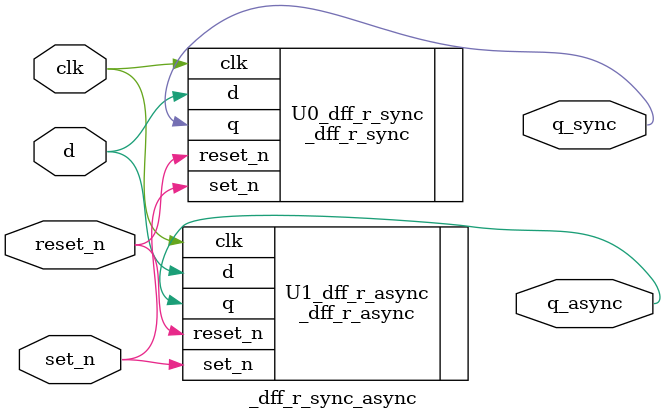
<source format=v>
module _dff_r_sync_async(q_sync, q_async, clk, set_n, reset_n, d);
	input clk, set_n, reset_n, d; //clock, active-low set/reset, data d
	output q_sync, q_async; //output sync q/asunc q
	
	//instance
	_dff_r_sync U0_dff_r_sync(.q(q_sync), .clk(clk), .set_n(set_n), .reset_n(reset_n), .d(d));
	_dff_r_async U1_dff_r_async(.q(q_async), .clk(clk), .set_n(set_n), .reset_n(reset_n), .d(d));
endmodule

</source>
